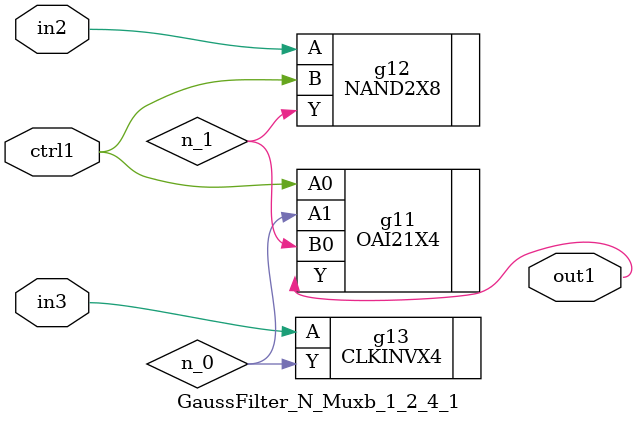
<source format=v>
`timescale 1ps / 1ps


module GaussFilter_N_Muxb_1_2_4_1(in3, in2, ctrl1, out1);
  input in3, in2, ctrl1;
  output out1;
  wire in3, in2, ctrl1;
  wire out1;
  wire n_0, n_1;
  OAI21X4 g11(.A0 (ctrl1), .A1 (n_0), .B0 (n_1), .Y (out1));
  NAND2X8 g12(.A (in2), .B (ctrl1), .Y (n_1));
  CLKINVX4 g13(.A (in3), .Y (n_0));
endmodule



</source>
